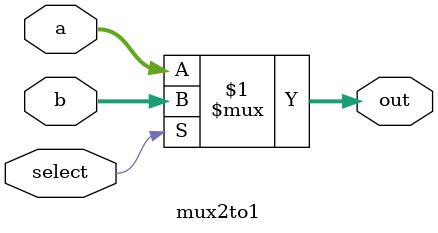
<source format=v>
module mux4to1 (
    input[7:0] a,
    input[7:0] b,
    input[7:0] c,
    input[7:0] d,
    
    input[1:0] select,

    output[7:0] out
);

    wire [7:0] top;
    wire [7:0] bottom;

    mux2to1 topMux(.a(a), .b(b), .select(select[0]), .out(top));

    mux2to1 bottomMux(.a(c), .b(d), .select(select[0]), .out(bottom));

    mux2to1 outMux(.a(top), .b(bottom), .select(select[1]), .out(out));


endmodule


module mux2to1 (
    input[7:0] a,
    input[7:0] b,
    input select,
    output[7:0] out
);

assign out = select ? b : a;

endmodule
</source>
